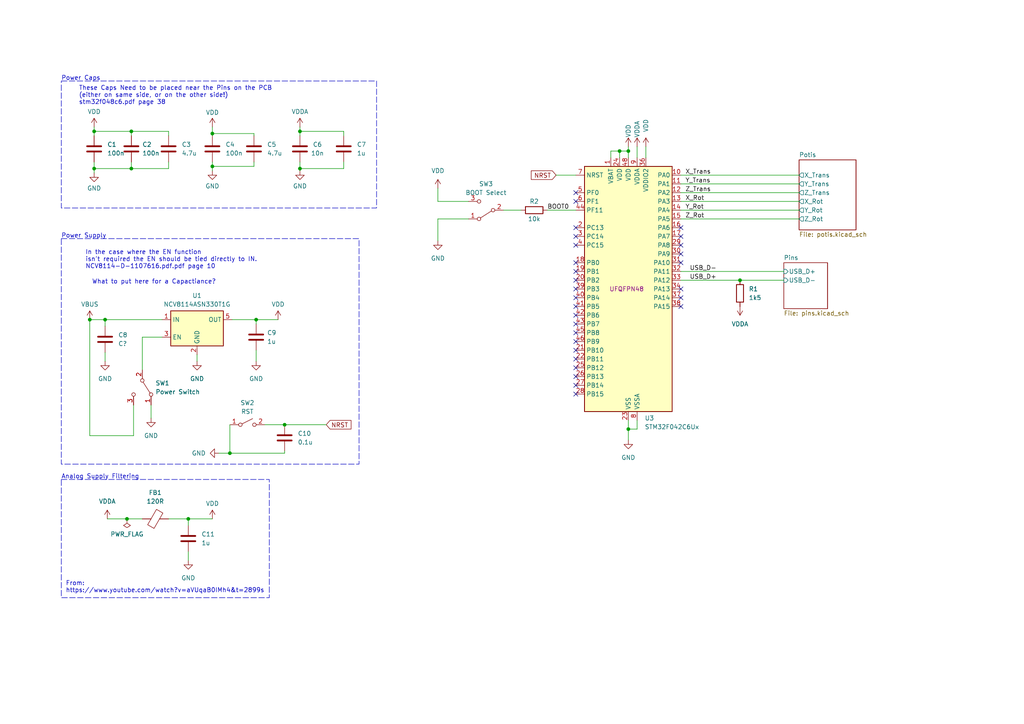
<source format=kicad_sch>
(kicad_sch (version 20230121) (generator eeschema)
  (paper "A4")
  (title_block (date "2023-10-06"))
  (lib_symbols
    (symbol "Device:C" (pin_numbers hide) (pin_names (offset 0.254))
      (property "Reference" "C" (at 0.635 2.54 0))
      (property "Value" "C" (at 0.635 -2.54 0))
      (symbol "C_0_1"
        (polyline (pts (xy -2.032 -0.762) (xy 2.032 -0.762)) (stroke (width 0.508)))
        (polyline (pts (xy -2.032 0.762) (xy 2.032 0.762)) (stroke (width 0.508)))
      )
      (symbol "C_1_1"
        (pin passive line (at 0 3.81 270) (length 2.794) (name "~") (number "1"))
        (pin passive line (at 0 -3.81 90) (length 2.794) (name "~") (number "2"))
      )
    )
    (symbol "Device:FerriteBead" (pin_numbers hide) (pin_names (offset 0))
      (property "Reference" "FB" (at -3.81 0.635 90))
      (property "Value" "FerriteBead" (at 3.81 0 90))
      (symbol "FerriteBead_0_1"
        (polyline (pts (xy 0 -1.27) (xy 0 -1.2192)))
        (polyline (pts (xy 0 1.27) (xy 0 1.2954)))
        (polyline (pts (xy -2.7686 0.4064) (xy -1.7018 2.2606) (xy 2.7686 -0.3048) (xy 1.6764 -2.159) (xy -2.7686 0.4064)))
      )
      (symbol "FerriteBead_1_1"
        (pin passive line (at 0 3.81 270) (length 2.54) (name "~") (number "1"))
        (pin passive line (at 0 -3.81 90) (length 2.54) (name "~") (number "2"))
      )
    )
    (symbol "Device:R" (pin_numbers hide) (pin_names (offset 0))
      (property "Reference" "R" (at 2.032 0 90))
      (property "Value" "R" (at 0 0 90))
      (symbol "R_0_1"
        (rectangle (start -1.016 -2.54) (end 1.016 2.54) (stroke (width 0.254)))
      )
      (symbol "R_1_1"
        (pin passive line (at 0 3.81 270) (length 1.27) (name "~") (number "1"))
        (pin passive line (at 0 -3.81 90) (length 1.27) (name "~") (number "2"))
      )
    )
    (symbol "MCU_ST_STM32F0:STM32F042C6Ux"
      (property "Reference" "U" (at -12.7 36.83 0))
      (property "Value" "STM32F042C6Ux" (at 7.62 36.83 0))
      (symbol "STM32F042C6Ux_0_1"
        (rectangle (start -12.7 -35.56) (end 12.7 35.56) (stroke (width 0.254)) (fill (type background)))
      )
      (symbol "STM32F042C6Ux_1_1"
        (pin power_in line (at -5.08 38.1 270) (length 2.54) (name "VBAT") (number "1"))
        (pin bidirectional line (at 15.24 33.02 180) (length 2.54) (name "PA0") (number "10"))
        (pin bidirectional line (at 15.24 30.48 180) (length 2.54) (name "PA1") (number "11"))
        (pin bidirectional line (at 15.24 27.94 180) (length 2.54) (name "PA2") (number "12"))
        (pin bidirectional line (at 15.24 25.4 180) (length 2.54) (name "PA3") (number "13"))
        (pin bidirectional line (at 15.24 22.86 180) (length 2.54) (name "PA4") (number "14"))
        (pin bidirectional line (at 15.24 20.32 180) (length 2.54) (name "PA5") (number "15"))
        (pin bidirectional line (at 15.24 17.78 180) (length 2.54) (name "PA6") (number "16"))
        (pin bidirectional line (at 15.24 15.24 180) (length 2.54) (name "PA7") (number "17"))
        (pin bidirectional line (at -15.24 7.62 0) (length 2.54) (name "PB0") (number "18"))
        (pin bidirectional line (at -15.24 5.08 0) (length 2.54) (name "PB1") (number "19"))
        (pin bidirectional line (at -15.24 17.78 0) (length 2.54) (name "PC13") (number "2"))
        (pin bidirectional line (at -15.24 2.54 0) (length 2.54) (name "PB2") (number "20"))
        (pin bidirectional line (at -15.24 -17.78 0) (length 2.54) (name "PB10") (number "21"))
        (pin bidirectional line (at -15.24 -20.32 0) (length 2.54) (name "PB11") (number "22"))
        (pin power_in line (at 0 -38.1 90) (length 2.54) (name "VSS") (number "23"))
        (pin power_in line (at -2.54 38.1 270) (length 2.54) (name "VDD") (number "24"))
        (pin bidirectional line (at -15.24 -22.86 0) (length 2.54) (name "PB12") (number "25"))
        (pin bidirectional line (at -15.24 -25.4 0) (length 2.54) (name "PB13") (number "26"))
        (pin bidirectional line (at -15.24 -27.94 0) (length 2.54) (name "PB14") (number "27"))
        (pin bidirectional line (at -15.24 -30.48 0) (length 2.54) (name "PB15") (number "28"))
        (pin bidirectional line (at 15.24 12.7 180) (length 2.54) (name "PA8") (number "29"))
        (pin bidirectional line (at -15.24 15.24 0) (length 2.54) (name "PC14") (number "3"))
        (pin bidirectional line (at 15.24 10.16 180) (length 2.54) (name "PA9") (number "30"))
        (pin bidirectional line (at 15.24 7.62 180) (length 2.54) (name "PA10") (number "31"))
        (pin bidirectional line (at 15.24 5.08 180) (length 2.54) (name "PA11") (number "32"))
        (pin bidirectional line (at 15.24 2.54 180) (length 2.54) (name "PA12") (number "33"))
        (pin bidirectional line (at 15.24 0 180) (length 2.54) (name "PA13") (number "34"))
        (pin passive line (at 0 -38.1 90) (length 2.54) hide (name "VSS") (number "35"))
        (pin power_in line (at 5.08 38.1 270) (length 2.54) (name "VDDIO2") (number "36"))
        (pin bidirectional line (at 15.24 -2.54 180) (length 2.54) (name "PA14") (number "37"))
        (pin bidirectional line (at 15.24 -5.08 180) (length 2.54) (name "PA15") (number "38"))
        (pin bidirectional line (at -15.24 0 0) (length 2.54) (name "PB3") (number "39"))
        (pin bidirectional line (at -15.24 12.7 0) (length 2.54) (name "PC15") (number "4"))
        (pin bidirectional line (at -15.24 -2.54 0) (length 2.54) (name "PB4") (number "40"))
        (pin bidirectional line (at -15.24 -5.08 0) (length 2.54) (name "PB5") (number "41"))
        (pin bidirectional line (at -15.24 -7.62 0) (length 2.54) (name "PB6") (number "42"))
        (pin bidirectional line (at -15.24 -10.16 0) (length 2.54) (name "PB7") (number "43"))
        (pin bidirectional line (at -15.24 22.86 0) (length 2.54) (name "PF11") (number "44"))
        (pin bidirectional line (at -15.24 -12.7 0) (length 2.54) (name "PB8") (number "45"))
        (pin bidirectional line (at -15.24 -15.24 0) (length 2.54) (name "PB9") (number "46"))
        (pin passive line (at 0 -38.1 90) (length 2.54) hide (name "VSS") (number "47"))
        (pin power_in line (at 0 38.1 270) (length 2.54) (name "VDD") (number "48"))
        (pin passive line (at 0 -38.1 90) (length 2.54) hide (name "VSS") (number "49"))
        (pin bidirectional line (at -15.24 27.94 0) (length 2.54) (name "PF0") (number "5"))
        (pin bidirectional line (at -15.24 25.4 0) (length 2.54) (name "PF1") (number "6"))
        (pin input line (at -15.24 33.02 0) (length 2.54) (name "NRST") (number "7"))
        (pin power_in line (at 2.54 -38.1 90) (length 2.54) (name "VSSA") (number "8"))
        (pin power_in line (at 2.54 38.1 270) (length 2.54) (name "VDDA") (number "9"))
      )
    )
    (symbol "Regulator_Linear:NCV8114ASN330T1G"
      (property "Reference" "U" (at 0 8.89 0))
      (property "Value" "NCV8114ASN330T1G" (at 0 6.35 0))
      (symbol "NCV8114ASN330T1G_0_1"
        (rectangle (start -7.62 5.08) (end 7.62 -5.08) (stroke (width 0.254)) (fill (type background)))
      )
      (symbol "NCV8114ASN330T1G_1_1"
        (pin power_in line (at -10.16 2.54 0) (length 2.54) (name "IN") (number "1"))
        (pin power_in line (at 0 -7.62 90) (length 2.54) (name "GND") (number "2"))
        (pin input line (at -10.16 -2.54 0) (length 2.54) (name "EN") (number "3"))
        (pin no_connect line (at 7.62 -2.54 180) (length 2.54) hide (name "NC") (number "4"))
        (pin power_out line (at 10.16 2.54 180) (length 2.54) (name "OUT") (number "5"))
      )
    )
    (symbol "Switch:SW_SPDT" (pin_names (offset 0) hide)
      (property "Reference" "SW" (at 0 4.318 0))
      (property "Value" "SW_SPDT" (at 0 -5.08 0))
      (symbol "SW_SPDT_0_0"
        (circle (center -2.032 0) (radius 0.508))
        (circle (center 2.032 -2.54) (radius 0.508))
      )
      (symbol "SW_SPDT_0_1"
        (polyline (pts (xy -1.524 0.254) (xy 1.651 2.286)))
        (circle (center 2.032 2.54) (radius 0.508))
      )
      (symbol "SW_SPDT_1_1"
        (pin passive line (at 5.08 2.54 180) (length 2.54) (name "A") (number "1"))
        (pin passive line (at -5.08 0 0) (length 2.54) (name "B") (number "2"))
        (pin passive line (at 5.08 -2.54 180) (length 2.54) (name "C") (number "3"))
      )
    )
    (symbol "Switch:SW_SPST" (pin_names (offset 0) hide)
      (property "Reference" "SW" (at 0 3.175 0))
      (property "Value" "SW_SPST" (at 0 -2.54 0))
      (symbol "SW_SPST_0_0"
        (circle (center -2.032 0) (radius 0.508))
        (polyline (pts (xy -1.524 0.254) (xy 1.524 1.778)))
        (circle (center 2.032 0) (radius 0.508))
      )
      (symbol "SW_SPST_1_1"
        (pin passive line (at -5.08 0 0) (length 2.54) (name "A") (number "1"))
        (pin passive line (at 5.08 0 180) (length 2.54) (name "B") (number "2"))
      )
    )
    (symbol "power:GND" (power) (pin_names (offset 0))
      (property "Value" "GND" (at 0 -3.81 0))
      (symbol "GND_0_1"
        (polyline (pts (xy 0 0) (xy 0 -1.27) (xy 1.27 -1.27) (xy 0 -2.54) (xy -1.27 -1.27) (xy 0 -1.27)))
      )
      (symbol "GND_1_1"
        (pin power_in line (at 0 0 270) (length 0) hide (name "GND") (number "1"))
      )
    )
    (symbol "power:PWR_FLAG" (power) (pin_numbers hide) (pin_names (offset 0) hide)
      (property "Value" "PWR_FLAG" (at 0 3.81 0))
      (symbol "PWR_FLAG_0_0"
        (pin power_out line (at 0 0 90) (length 0) (name "pwr") (number "1"))
      )
      (symbol "PWR_FLAG_0_1"
        (polyline (pts (xy 0 0) (xy 0 1.27) (xy -1.016 1.905) (xy 0 2.54) (xy 1.016 1.905) (xy 0 1.27)))
      )
    )
    (symbol "power:VBUS" (power) (pin_names (offset 0))
      (property "Value" "VBUS" (at 0 3.81 0))
      (symbol "VBUS_0_1"
        (polyline (pts (xy -0.762 1.27) (xy 0 2.54)))
        (polyline (pts (xy 0 0) (xy 0 2.54)))
        (polyline (pts (xy 0 2.54) (xy 0.762 1.27)))
      )
      (symbol "VBUS_1_1"
        (pin power_in line (at 0 0 90) (length 0) hide (name "VBUS") (number "1"))
      )
    )
    (symbol "power:VDD" (power) (pin_names (offset 0))
      (property "Value" "VDD" (at 0 3.81 0))
      (symbol "VDD_0_1"
        (polyline (pts (xy -0.762 1.27) (xy 0 2.54)))
        (polyline (pts (xy 0 0) (xy 0 2.54)))
        (polyline (pts (xy 0 2.54) (xy 0.762 1.27)))
      )
      (symbol "VDD_1_1"
        (pin power_in line (at 0 0 90) (length 0) hide (name "VDD") (number "1"))
      )
    )
    (symbol "power:VDDA" (power) (pin_names (offset 0))
      (property "Value" "VDDA" (at 0 3.81 0))
      (symbol "VDDA_0_1"
        (polyline (pts (xy -0.762 1.27) (xy 0 2.54)))
        (polyline (pts (xy 0 0) (xy 0 2.54)))
        (polyline (pts (xy 0 2.54) (xy 0.762 1.27)))
      )
      (symbol "VDDA_1_1"
        (pin power_in line (at 0 0 90) (length 0) hide (name "VDDA") (number "1"))
      )
    )
    (symbol "power:VDDIO2" (power) (pin_names (offset 0))
      (property "Value" "VDDIO2" (at 0 3.81 0))
      (symbol "VDDIO2_0_1"
        (polyline (pts (xy -0.762 1.27) (xy 0 2.54)))
        (polyline (pts (xy 0 0) (xy 0 2.54)))
        (polyline (pts (xy 0 2.54) (xy 0.762 1.27)))
      )
      (symbol "VDDIO2_1_1"
        (pin power_in line (at 0 0 90) (length 0) hide (name "VDD") (number "1"))
      )
    )
  )
  (junction (at 26.035 92.71))
  (junction (at 30.48 92.71))
  (junction (at 179.705 43.815))
  (junction (at 74.295 92.71))
  (junction (at 36.83 150.495))
  (junction (at 54.61 150.495))
  (junction (at 27.305 48.895))
  (junction (at 86.995 48.895))
  (junction (at 182.245 124.46))
  (junction (at 61.595 48.26))
  (junction (at 86.995 38.1))
  (junction (at 66.675 131.445))
  (junction (at 27.305 38.1))
  (junction (at 214.63 81.28))
  (junction (at 182.245 43.815))
  (junction (at 38.1 48.895))
  (junction (at 38.1 38.1))
  (junction (at 61.595 38.735))
  (junction (at 82.55 123.19))
  (no_connect (at 167.005 71.12))
  (no_connect (at 197.485 66.04))
  (no_connect (at 197.485 83.82))
  (no_connect (at 167.005 109.22))
  (no_connect (at 167.005 66.04))
  (no_connect (at 167.005 96.52))
  (no_connect (at 167.005 83.82))
  (no_connect (at 167.005 91.44))
  (no_connect (at 167.005 111.76))
  (no_connect (at 167.005 68.58))
  (no_connect (at 167.005 106.68))
  (no_connect (at 167.005 55.88))
  (no_connect (at 167.005 81.28))
  (no_connect (at 197.485 76.2))
  (no_connect (at 167.005 76.2))
  (no_connect (at 197.485 88.9))
  (no_connect (at 167.005 104.14))
  (no_connect (at 197.485 73.66))
  (no_connect (at 197.485 71.12))
  (no_connect (at 167.005 114.3))
  (no_connect (at 167.005 58.42))
  (no_connect (at 167.005 99.06))
  (no_connect (at 197.485 86.36))
  (no_connect (at 197.485 68.58))
  (no_connect (at 167.005 88.9))
  (no_connect (at 167.005 78.74))
  (no_connect (at 167.005 101.6))
  (no_connect (at 167.005 93.98))
  (no_connect (at 167.005 86.36))
  (wire (pts (xy 73.66 48.26) (xy 73.66 46.99)))
  (wire (pts (xy 48.895 48.895) (xy 48.895 46.99)))
  (wire (pts (xy 54.61 160.02) (xy 54.61 162.56)))
  (wire (pts (xy 86.995 46.99) (xy 86.995 48.895)))
  (wire (pts (xy 184.785 124.46) (xy 184.785 121.92)))
  (wire (pts (xy 54.61 150.495) (xy 54.61 152.4)))
  (wire (pts (xy 27.305 36.83) (xy 27.305 38.1)))
  (wire (pts (xy 41.275 107.315) (xy 41.275 97.79)))
  (wire (pts (xy 197.485 81.28) (xy 214.63 81.28)))
  (wire (pts (xy 30.48 92.71) (xy 30.48 94.615)))
  (wire (pts (xy 179.705 43.815) (xy 179.705 45.72)))
  (wire (pts (xy 76.835 123.19) (xy 82.55 123.19)))
  (wire (pts (xy 61.595 36.83) (xy 61.595 38.735)))
  (wire (pts (xy 31.115 150.495) (xy 36.83 150.495)))
  (wire (pts (xy 27.305 48.895) (xy 27.305 50.165)))
  (wire (pts (xy 197.485 58.42) (xy 231.775 58.42)))
  (wire (pts (xy 187.325 42.545) (xy 187.325 45.72)))
  (wire (pts (xy 135.89 63.5) (xy 127 63.5)))
  (wire (pts (xy 182.245 124.46) (xy 182.245 127.635)))
  (wire (pts (xy 48.895 38.1) (xy 48.895 39.37)))
  (wire (pts (xy 74.295 93.98) (xy 74.295 92.71)))
  (wire (pts (xy 73.66 38.735) (xy 73.66 39.37)))
  (wire (pts (xy 197.485 63.5) (xy 231.775 63.5)))
  (wire (pts (xy 184.785 42.545) (xy 184.785 45.72)))
  (wire (pts (xy 197.485 53.34) (xy 231.775 53.34)))
  (wire (pts (xy 86.995 48.895) (xy 86.995 49.53)))
  (wire (pts (xy 27.305 38.1) (xy 38.1 38.1)))
  (wire (pts (xy 30.48 92.71) (xy 46.99 92.71)))
  (wire (pts (xy 86.995 38.1) (xy 99.695 38.1)))
  (wire (pts (xy 161.29 50.8) (xy 167.005 50.8)))
  (wire (pts (xy 27.305 38.1) (xy 27.305 39.37)))
  (wire (pts (xy 177.165 43.815) (xy 177.165 45.72)))
  (wire (pts (xy 179.705 43.815) (xy 177.165 43.815)))
  (wire (pts (xy 57.15 102.87) (xy 57.15 104.775)))
  (wire (pts (xy 61.595 38.735) (xy 73.66 38.735)))
  (wire (pts (xy 43.815 117.475) (xy 43.815 121.285)))
  (wire (pts (xy 182.245 42.545) (xy 182.245 43.815)))
  (wire (pts (xy 197.485 50.8) (xy 231.775 50.8)))
  (wire (pts (xy 182.245 43.815) (xy 182.245 45.72)))
  (wire (pts (xy 74.295 101.6) (xy 74.295 104.775)))
  (wire (pts (xy 61.595 48.26) (xy 61.595 46.99)))
  (wire (pts (xy 61.595 48.26) (xy 61.595 49.53)))
  (wire (pts (xy 41.275 97.79) (xy 46.99 97.79)))
  (wire (pts (xy 38.1 38.1) (xy 38.1 39.37)))
  (wire (pts (xy 66.675 131.445) (xy 63.5 131.445)))
  (wire (pts (xy 197.485 60.96) (xy 231.775 60.96)))
  (wire (pts (xy 26.035 92.71) (xy 26.035 126.365)))
  (wire (pts (xy 26.035 126.365) (xy 38.735 126.365)))
  (wire (pts (xy 30.48 102.235) (xy 30.48 104.775)))
  (wire (pts (xy 214.63 81.28) (xy 227.33 81.28)))
  (wire (pts (xy 66.675 123.19) (xy 66.675 131.445)))
  (wire (pts (xy 99.695 48.895) (xy 86.995 48.895)))
  (wire (pts (xy 127 54.61) (xy 127 58.42)))
  (wire (pts (xy 38.1 48.895) (xy 48.895 48.895)))
  (wire (pts (xy 74.295 92.71) (xy 67.31 92.71)))
  (wire (pts (xy 99.695 46.99) (xy 99.695 48.895)))
  (wire (pts (xy 135.89 58.42) (xy 127 58.42)))
  (wire (pts (xy 182.245 121.92) (xy 182.245 124.46)))
  (wire (pts (xy 82.55 123.19) (xy 94.615 123.19)))
  (wire (pts (xy 61.595 38.735) (xy 61.595 39.37)))
  (wire (pts (xy 66.675 131.445) (xy 82.55 131.445)))
  (wire (pts (xy 61.595 48.26) (xy 73.66 48.26)))
  (wire (pts (xy 38.735 117.475) (xy 38.735 126.365)))
  (wire (pts (xy 182.245 124.46) (xy 184.785 124.46)))
  (wire (pts (xy 54.61 150.495) (xy 61.595 150.495)))
  (wire (pts (xy 158.75 60.96) (xy 167.005 60.96)))
  (wire (pts (xy 27.305 48.895) (xy 38.1 48.895)))
  (wire (pts (xy 26.035 92.71) (xy 30.48 92.71)))
  (wire (pts (xy 27.305 46.99) (xy 27.305 48.895)))
  (wire (pts (xy 99.695 38.1) (xy 99.695 39.37)))
  (wire (pts (xy 38.1 48.895) (xy 38.1 46.99)))
  (wire (pts (xy 74.295 92.71) (xy 80.645 92.71)))
  (wire (pts (xy 86.995 38.1) (xy 86.995 39.37)))
  (wire (pts (xy 82.55 131.445) (xy 82.55 130.81)))
  (wire (pts (xy 197.485 78.74) (xy 227.33 78.74)))
  (wire (pts (xy 197.485 55.88) (xy 231.775 55.88)))
  (wire (pts (xy 38.1 38.1) (xy 48.895 38.1)))
  (wire (pts (xy 127 63.5) (xy 127 69.85)))
  (wire (pts (xy 86.995 36.83) (xy 86.995 38.1)))
  (wire (pts (xy 36.83 150.495) (xy 41.275 150.495)))
  (wire (pts (xy 146.05 60.96) (xy 151.13 60.96)))
  (wire (pts (xy 182.245 43.815) (xy 179.705 43.815)))
  (wire (pts (xy 48.895 150.495) (xy 54.61 150.495)))
  (rectangle (start 17.78 139.065) (end 78.105 173.355) (stroke (width 0) (type dash)))
  (rectangle (start 17.78 23.495) (end 109.22 60.325) (stroke (width 0) (type dash)))
  (rectangle (start 17.78 69.215) (end 104.14 134.62) (stroke (width 0) (type dash)))
  (text "These Caps Need to be placed near the Pins on the PCB \n(either on same side, or on the other side!)\nstm32f048c6.pdf page 38\n" (at 22.86 30.48 0) (effects (font (size 1.27 1.27)) (justify left bottom)))
  (text "What to put here for a Capactiance?" (at 26.67 82.55 0) (effects (font (size 1.27 1.27)) (justify left bottom)))
  (text "In the case where the EN function\nisn't required the EN should be tied directly to IN.\nNCV8114-D-1107616.pdf.pdf page 10" (at 24.765 78.105 0) (effects (font (size 1.27 1.27)) (justify left bottom)))
  (text "Power Caps" (at 17.78 23.495 0) (effects (font (size 1.27 1.27)) (justify left bottom)))
  (text "Analog Supply Filtering" (at 17.78 139.065 0) (effects (font (size 1.27 1.27)) (justify left bottom)))
  (text "Power Supply" (at 17.78 69.215 0) (effects (font (size 1.27 1.27)) (justify left bottom)))
  (text "From:\nhttps://www.youtube.com/watch?v=aVUqaB0IMh4&t=2899s" (at 19.05 172.085 0) (effects (font (size 1.27 1.27)) (justify left bottom)))
  (label "X_Trans" (at 198.755 50.8 0))
  (label "Y_Rot" (at 198.755 60.96 0))
  (label "BOOT0" (at 158.75 60.96 0))
  (label "Y_Trans" (at 198.755 53.34 0))
  (label "Z_Rot" (at 198.755 63.5 0))
  (label "USB_D-" (at 200.025 78.74 0))
  (label "USB_D+" (at 200.025 81.28 0))
  (label "X_Rot" (at 198.755 58.42 0))
  (label "Z_Trans" (at 198.755 55.88 0))
  (global_label "NRST" (shape input) (at 94.615 123.19 0) (property "Intersheetrefs" "${INTERSHEET_REFS}" (at 102.3778 123.19 0) (effects (justify left))))
  (global_label "NRST" (shape input) (at 161.29 50.8 180) (property "Intersheetrefs" "${INTERSHEET_REFS}" (at 153.5272 50.8 0) (effects (justify right))))
  (symbol (lib_id "Device:C") (at 74.295 97.79 0) (unit 1)
    (property "Reference" "C9" (at 77.47 96.52 0) (effects (justify left)))
    (property "Value" "1u" (at 77.47 99.06 0) (effects (justify left)))
    (property "Footprint" "Capacitor_SMD:C_0402_1005Metric" (effects hide))
  )
  (symbol (lib_id "power:GND") (at 30.48 104.775 0) (unit 1)
    (property "Reference" "#PWR03" (effects hide))
    (property "Value" "GND" (at 30.48 109.855 0))
  )
  (symbol (lib_id "power:VDD") (at 27.305 36.83 0) (unit 1)
    (property "Reference" "#PWR04" (effects hide))
    (property "Value" "VDD" (at 27.305 32.385 0))
  )
  (symbol (lib_id "Switch:SW_SPST") (at 71.755 123.19 0) (unit 1)
    (property "Reference" "SW2" (at 71.755 116.84 0))
    (property "Value" "RST" (at 71.755 119.38 0))
    (property "Footprint" "Button_Switch_SMD:SW_SPST_B3U-1000P" (effects hide))
  )
  (symbol (lib_id "MCU_ST_STM32F0:STM32F042C6Ux") (at 182.245 83.82 0) (unit 1)
    (property "Reference" "U3" (at 186.9791 121.285 0) (effects (justify left)))
    (property "Value" "STM32F042C6Ux" (at 186.9791 123.825 0) (effects (justify left)))
    (property "Footprint" "Package_DFN_QFN:QFN-48-1EP_7x7mm_P0.5mm_EP5.6x5.6mm" (effects hide))
    (property "Datasheet" "stm32f042c6.pdf" (effects hide))
    (property "Package" "UFQFPN48 " (at 182.245 83.82 0))
  )
  (symbol (lib_id "power:GND") (at 127 69.85 0) (unit 1)
    (property "Reference" "#PWR026" (effects hide))
    (property "Value" "GND" (at 127 74.93 0))
  )
  (symbol (lib_id "Switch:SW_SPDT") (at 140.97 60.96 180) (unit 1)
    (property "Reference" "SW3" (at 140.97 53.34 0))
    (property "Value" "BOOT Select" (at 140.97 55.88 0))
    (property "Footprint" "Button_Switch_SMD:SW_DIP_SPSTx01_Slide_9.78x4.72mm_W8.61mm_P2.54mm" (effects hide))
  )
  (symbol (lib_id "Device:FerriteBead") (at 45.085 150.495 90) (unit 1)
    (property "Reference" "FB1" (at 45.0342 142.875 90))
    (property "Value" "120R" (at 45.0342 145.415 90))
    (property "Footprint" "Inductor_SMD:L_0603_1608Metric" (effects hide))
  )
  (symbol (lib_id "Switch:SW_SPDT") (at 41.275 112.395 270) (unit 1)
    (property "Reference" "SW1" (at 45.085 111.125 90) (effects (justify left)))
    (property "Value" "Power Switch" (at 45.085 113.665 90) (effects (justify left)))
    (property "Footprint" "Button_Switch_SMD:SW_DIP_SPSTx01_Slide_9.78x4.72mm_W8.61mm_P2.54mm" (effects hide))
  )
  (symbol (lib_id "power:GND") (at 182.245 127.635 0) (unit 1)
    (property "Reference" "#PWR017" (effects hide))
    (property "Value" "GND" (at 182.245 132.715 0))
  )
  (symbol (lib_id "power:VDDIO2") (at 187.325 42.545 0) (unit 1)
    (property "Reference" "#PWR014" (effects hide))
    (property "Value" "VDDIO2" (at 187.325 36.449 90))
  )
  (symbol (lib_id "power:VDD") (at 61.595 150.495 0) (unit 1)
    (property "Reference" "#PWR023" (effects hide))
    (property "Value" "VDD" (at 61.595 146.05 0))
  )
  (symbol (lib_id "power:VDD") (at 80.645 92.71 0) (unit 1)
    (property "Reference" "#PWR07" (effects hide))
    (property "Value" "VDD" (at 80.645 88.265 0))
  )
  (symbol (lib_id "power:GND") (at 57.15 104.775 0) (unit 1)
    (property "Reference" "#PWR05" (effects hide))
    (property "Value" "GND" (at 57.15 109.855 0))
  )
  (symbol (lib_id "Device:R") (at 154.94 60.96 90) (unit 1)
    (property "Reference" "R2" (at 154.94 58.42 90))
    (property "Value" "10k" (at 154.94 63.5 90))
    (property "Footprint" "Resistor_SMD:R_0402_1005Metric" (effects hide))
  )
  (symbol (lib_id "power:GND") (at 43.815 121.285 0) (unit 1)
    (property "Reference" "#PWR019" (effects hide))
    (property "Value" "GND" (at 43.815 126.365 0))
  )
  (symbol (lib_id "Device:C") (at 27.305 43.18 0) (unit 1)
    (property "Reference" "C1" (at 31.115 41.91 0) (effects (justify left)))
    (property "Value" "100n" (at 31.115 44.45 0) (effects (justify left)))
    (property "Footprint" "Capacitor_SMD:C_0402_1005Metric" (effects hide))
  )
  (symbol (lib_id "power:GND") (at 86.995 49.53 0) (unit 1)
    (property "Reference" "#PWR011" (effects hide))
    (property "Value" "GND" (at 86.995 53.975 0))
  )
  (symbol (lib_id "power:VDDA") (at 214.63 88.9 180) (unit 1)
    (property "Reference" "#PWR025" (effects hide))
    (property "Value" "VDDA" (at 214.63 93.98 0))
  )
  (symbol (lib_id "power:PWR_FLAG") (at 36.83 150.495 180) (unit 1)
    (property "Reference" "#FLG01" (effects hide))
    (property "Value" "PWR_FLAG" (at 36.83 154.94 0))
  )
  (symbol (lib_id "Device:C") (at 54.61 156.21 0) (unit 1)
    (property "Reference" "C11" (at 58.42 154.94 0) (effects (justify left)))
    (property "Value" "1u" (at 58.42 157.48 0) (effects (justify left)))
    (property "Footprint" "Capacitor_SMD:C_0402_1005Metric" (effects hide))
  )
  (symbol (lib_id "power:VDDA") (at 86.995 36.83 0) (unit 1)
    (property "Reference" "#PWR010" (effects hide))
    (property "Value" "VDDA" (at 86.995 32.385 0))
  )
  (symbol (lib_id "Device:C") (at 99.695 43.18 0) (unit 1)
    (property "Reference" "C7" (at 103.505 41.91 0) (effects (justify left)))
    (property "Value" "1u" (at 103.505 44.45 0) (effects (justify left)))
    (property "Footprint" "Capacitor_SMD:C_0402_1005Metric" (effects hide))
  )
  (symbol (lib_id "power:GND") (at 27.305 50.165 0) (unit 1)
    (property "Reference" "#PWR01" (effects hide))
    (property "Value" "GND" (at 27.305 54.61 0))
  )
  (symbol (lib_id "power:VDD") (at 127 54.61 0) (unit 1)
    (property "Reference" "#PWR027" (effects hide))
    (property "Value" "VDD" (at 127 49.53 0))
  )
  (symbol (lib_id "power:GND") (at 61.595 49.53 0) (unit 1)
    (property "Reference" "#PWR09" (effects hide))
    (property "Value" "GND" (at 61.595 53.975 0))
  )
  (symbol (lib_id "power:VDDIO2") (at 61.595 36.83 0) (unit 1)
    (property "Reference" "#PWR08" (effects hide))
    (property "Value" "VDDIO2" (at 61.595 32.6278 0))
  )
  (symbol (lib_id "Device:C") (at 48.895 43.18 0) (unit 1)
    (property "Reference" "C3" (at 52.705 41.91 0) (effects (justify left)))
    (property "Value" "4.7u" (at 52.705 44.45 0) (effects (justify left)))
    (property "Footprint" "Capacitor_SMD:C_0201_0603Metric" (effects hide))
  )
  (symbol (lib_id "power:VDD") (at 182.245 42.545 0) (unit 1)
    (property "Reference" "#PWR012" (effects hide))
    (property "Value" "VDD" (at 182.245 37.973 90))
  )
  (symbol (lib_id "Regulator_Linear:NCV8114ASN330T1G") (at 57.15 95.25 0) (unit 1)
    (property "Reference" "U1" (at 57.15 85.725 0))
    (property "Value" "NCV8114ASN330T1G" (at 57.15 88.265 0))
    (property "Footprint" "Package_TO_SOT_SMD:TSOT-23-5" (effects hide))
    (property "Datasheet" "NCV8114-D-1107616.pdf" (effects hide))
  )
  (symbol (lib_id "Device:R") (at 214.63 85.09 0) (unit 1)
    (property "Reference" "R1" (at 217.17 83.82 0) (effects (justify left)))
    (property "Value" "1k5" (at 217.17 86.36 0) (effects (justify left)))
    (property "Footprint" "Resistor_SMD:R_0402_1005Metric" (effects hide))
  )
  (symbol (lib_id "Device:C") (at 61.595 43.18 0) (unit 1)
    (property "Reference" "C4" (at 65.405 41.91 0) (effects (justify left)))
    (property "Value" "100n" (at 65.405 44.45 0) (effects (justify left)))
    (property "Footprint" "Capacitor_SMD:C_0402_1005Metric" (effects hide))
  )
  (symbol (lib_id "power:GND") (at 54.61 162.56 0) (unit 1)
    (property "Reference" "#PWR024" (effects hide))
    (property "Value" "GND" (at 54.61 167.64 0))
  )
  (symbol (lib_id "Device:C") (at 86.995 43.18 0) (unit 1)
    (property "Reference" "C6" (at 92.075 41.91 0))
    (property "Value" "10n" (at 92.075 44.45 0))
    (property "Footprint" "Capacitor_SMD:C_0402_1005Metric" (effects hide))
  )
  (symbol (lib_id "power:VDDA") (at 31.115 150.495 0) (unit 1)
    (property "Reference" "#PWR018" (effects hide))
    (property "Value" "VDDA" (at 31.115 145.415 0))
  )
  (symbol (lib_id "Device:C") (at 73.66 43.18 0) (unit 1)
    (property "Reference" "C5" (at 77.47 41.91 0) (effects (justify left)))
    (property "Value" "4.7u" (at 77.47 44.45 0) (effects (justify left)))
    (property "Footprint" "Capacitor_SMD:C_0201_0603Metric" (effects hide))
  )
  (symbol (lib_id "power:VBUS") (at 26.035 92.71 0) (unit 1)
    (property "Reference" "#PWR02" (effects hide))
    (property "Value" "VBUS" (at 26.035 88.265 0))
  )
  (symbol (lib_id "power:VDDA") (at 184.785 42.545 0) (unit 1)
    (property "Reference" "#PWR013" (effects hide))
    (property "Value" "VDDA" (at 184.785 37.465 90))
  )
  (symbol (lib_id "Device:C") (at 82.55 127 0) (unit 1)
    (property "Reference" "C10" (at 86.36 125.73 0) (effects (justify left)))
    (property "Value" "0.1u" (at 86.36 128.27 0) (effects (justify left)))
    (property "Footprint" "Capacitor_SMD:C_0402_1005Metric" (effects hide))
  )
  (symbol (lib_id "power:GND") (at 74.295 104.775 0) (unit 1)
    (property "Reference" "#PWR06" (effects hide))
    (property "Value" "GND" (at 74.295 109.855 0))
  )
  (symbol (lib_id "Device:C") (at 30.48 98.425 0) (unit 1)
    (property "Reference" "C8" (at 34.29 97.155 0) (effects (justify left)))
    (property "Value" "C?" (at 34.29 99.695 0) (effects (justify left)))
    (property "Footprint" "Capacitor_SMD:C_0402_1005Metric" (effects hide))
  )
  (symbol (lib_id "Device:C") (at 38.1 43.18 0) (unit 1)
    (property "Reference" "C2" (at 41.275 41.91 0) (effects (justify left)))
    (property "Value" "100n" (at 41.275 44.45 0) (effects (justify left)))
    (property "Footprint" "Capacitor_SMD:C_0402_1005Metric" (effects hide))
  )
  (symbol (lib_id "power:GND") (at 63.5 131.445 270) (unit 1)
    (property "Reference" "#PWR020" (effects hide))
    (property "Value" "GND" (at 59.69 131.445 90) (effects (justify right)))
  )
  (sheet (at 231.775 46.355) (size 16.51 20.32) (stroke (width 0.1524))
    (property "Sheetname" "Potis" (at 231.775 45.6434 0) (effects (justify left bottom)))
    (property "Sheetfile" "potis.kicad_sch" (at 231.775 67.2596 0) (effects (justify left top)))
    (pin "X_Trans" output (at 231.775 50.8 180))
    (pin "Y_Trans" output (at 231.775 53.34 180))
    (pin "Y_Rot" output (at 231.775 60.96 180))
    (pin "Z_Trans" output (at 231.775 55.88 180))
    (pin "X_Rot" output (at 231.775 58.42 180))
    (pin "Z_Rot" output (at 231.775 63.5 180))
  )
  (sheet (at 227.33 76.2) (size 12.7 13.335) (stroke (width 0.1524))
    (property "Sheetname" "Pins" (at 227.33 75.4884 0) (effects (justify left bottom)))
    (property "Sheetfile" "pins.kicad_sch" (at 227.33 90.1196 0) (effects (justify left top)))
    (pin "USB_D+" input (at 227.33 78.74 180))
    (pin "USB_D-" input (at 227.33 81.28 180))
  )
)
</source>
